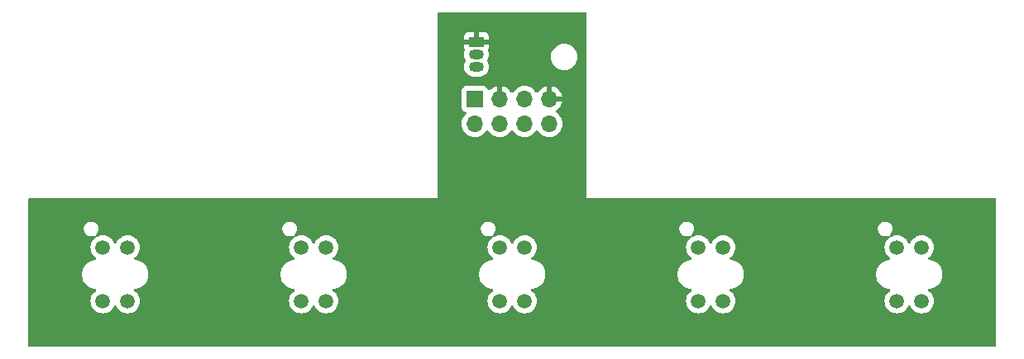
<source format=gbr>
%TF.GenerationSoftware,KiCad,Pcbnew,7.0.2-0*%
%TF.CreationDate,2023-09-22T13:16:16+12:00*%
%TF.ProjectId,SensorBoard,53656e73-6f72-4426-9f61-72642e6b6963,rev?*%
%TF.SameCoordinates,PX60e4b00PY48ab840*%
%TF.FileFunction,Copper,L2,Bot*%
%TF.FilePolarity,Positive*%
%FSLAX46Y46*%
G04 Gerber Fmt 4.6, Leading zero omitted, Abs format (unit mm)*
G04 Created by KiCad (PCBNEW 7.0.2-0) date 2023-09-22 13:16:16*
%MOMM*%
%LPD*%
G01*
G04 APERTURE LIST*
%TA.AperFunction,ComponentPad*%
%ADD10C,1.500000*%
%TD*%
%TA.AperFunction,ComponentPad*%
%ADD11R,1.500000X1.050000*%
%TD*%
%TA.AperFunction,ComponentPad*%
%ADD12O,1.500000X1.050000*%
%TD*%
%TA.AperFunction,ComponentPad*%
%ADD13R,1.700000X1.700000*%
%TD*%
%TA.AperFunction,ComponentPad*%
%ADD14O,1.700000X1.700000*%
%TD*%
%TA.AperFunction,ViaPad*%
%ADD15C,0.800000*%
%TD*%
G04 APERTURE END LIST*
D10*
%TO.P,U1,A*%
%TO.N,+3.3V*%
X91440000Y4660000D03*
%TO.P,U1,CATH*%
%TO.N,Net-(R1-Pad1)*%
X88900000Y4660000D03*
%TO.P,U1,COLL*%
%TO.N,+3.3V*%
X91440000Y10160000D03*
%TO.P,U1,E*%
%TO.N,/Sense_1_R*%
X88900000Y10160000D03*
%TD*%
%TO.P,U5,A*%
%TO.N,+3.3V*%
X10160000Y4660000D03*
%TO.P,U5,CATH*%
%TO.N,Net-(R9-Pad1)*%
X7620000Y4660000D03*
%TO.P,U5,COLL*%
%TO.N,+3.3V*%
X10160000Y10160000D03*
%TO.P,U5,E*%
%TO.N,/Sense_5_R*%
X7620000Y10160000D03*
%TD*%
%TO.P,U4,A*%
%TO.N,+3.3V*%
X30480000Y4660000D03*
%TO.P,U4,CATH*%
%TO.N,Net-(R7-Pad1)*%
X27940000Y4660000D03*
%TO.P,U4,COLL*%
%TO.N,+3.3V*%
X30480000Y10160000D03*
%TO.P,U4,E*%
%TO.N,/Sense_4_R*%
X27940000Y10160000D03*
%TD*%
%TO.P,U2,A*%
%TO.N,+3.3V*%
X71120000Y4660000D03*
%TO.P,U2,CATH*%
%TO.N,Net-(R3-Pad1)*%
X68580000Y4660000D03*
%TO.P,U2,COLL*%
%TO.N,+3.3V*%
X71120000Y10160000D03*
%TO.P,U2,E*%
%TO.N,/Sense_2_R*%
X68580000Y10160000D03*
%TD*%
%TO.P,U3,A*%
%TO.N,+3.3V*%
X50800000Y4660000D03*
%TO.P,U3,CATH*%
%TO.N,Net-(R5-Pad1)*%
X48260000Y4660000D03*
%TO.P,U3,COLL*%
%TO.N,+3.3V*%
X50800000Y10160000D03*
%TO.P,U3,E*%
%TO.N,/Sense_3_R*%
X48260000Y10160000D03*
%TD*%
D11*
%TO.P,U6,1,GND*%
%TO.N,GND*%
X45868000Y31242000D03*
D12*
%TO.P,U6,2,VI*%
%TO.N,Net-(U6-VI)*%
X45868000Y29972000D03*
%TO.P,U6,3,VO*%
%TO.N,+3.3V*%
X45868000Y28702000D03*
%TD*%
D13*
%TO.P,J1,1,Pin_1*%
%TO.N,/Sense_4*%
X45720000Y25400000D03*
D14*
%TO.P,J1,2,Pin_2*%
%TO.N,/Sense_5*%
X45720000Y22860000D03*
%TO.P,J1,3,Pin_3*%
%TO.N,GND*%
X48260000Y25400000D03*
%TO.P,J1,4,Pin_4*%
%TO.N,/Sense_3*%
X48260000Y22860000D03*
%TO.P,J1,5,Pin_5*%
%TO.N,Net-(J1-Pin_5)*%
X50800000Y25400000D03*
%TO.P,J1,6,Pin_6*%
%TO.N,/Sense_2*%
X50800000Y22860000D03*
%TO.P,J1,7,Pin_7*%
%TO.N,GND*%
X53340000Y25400000D03*
%TO.P,J1,8,Pin_8*%
%TO.N,/Sense_1*%
X53340000Y22860000D03*
%TD*%
D15*
%TO.N,GND*%
X2032000Y7366000D03*
X35560000Y4826000D03*
X17018000Y6096000D03*
X83312000Y7366000D03*
X80772000Y7112000D03*
X60960000Y5080000D03*
X22606000Y7366000D03*
X42672000Y7366000D03*
X62992000Y7366000D03*
%TD*%
%TA.AperFunction,Conductor*%
%TO.N,GND*%
G36*
X57092539Y34269815D02*
G01*
X57138294Y34217011D01*
X57149500Y34165500D01*
X57149500Y15264533D01*
X57149416Y15264111D01*
X57149459Y15240000D01*
X57149501Y15239899D01*
X57149616Y15239618D01*
X57149618Y15239616D01*
X57149808Y15239538D01*
X57150000Y15239459D01*
X57150002Y15239461D01*
X57174616Y15239476D01*
X57174616Y15239472D01*
X57174760Y15239500D01*
X98935500Y15239500D01*
X99002539Y15219815D01*
X99048294Y15167011D01*
X99059500Y15115500D01*
X99059500Y124500D01*
X99039815Y57461D01*
X98987011Y11706D01*
X98935500Y500D01*
X124500Y500D01*
X57461Y20185D01*
X11706Y72989D01*
X500Y124500D01*
X500Y7285665D01*
X5489500Y7285665D01*
X5530429Y7040386D01*
X5611172Y6805190D01*
X5729526Y6586491D01*
X5729529Y6586486D01*
X5865036Y6412388D01*
X5882262Y6390256D01*
X6065215Y6221836D01*
X6273393Y6085827D01*
X6501119Y5985937D01*
X6742179Y5924892D01*
X6850969Y5915878D01*
X6916150Y5890726D01*
X6957389Y5834324D01*
X6961588Y5764580D01*
X6927414Y5703638D01*
X6911850Y5690727D01*
X6813119Y5621595D01*
X6658402Y5466878D01*
X6532898Y5287639D01*
X6440425Y5089332D01*
X6383792Y4877975D01*
X6364722Y4660000D01*
X6383792Y4442026D01*
X6439275Y4234959D01*
X6440425Y4230670D01*
X6532898Y4032361D01*
X6658402Y3853123D01*
X6813123Y3698402D01*
X6992361Y3572898D01*
X7190670Y3480425D01*
X7402023Y3423793D01*
X7620000Y3404723D01*
X7837977Y3423793D01*
X8049330Y3480425D01*
X8247639Y3572898D01*
X8426877Y3698402D01*
X8581598Y3853123D01*
X8707102Y4032361D01*
X8777618Y4183584D01*
X8823789Y4236022D01*
X8890982Y4255174D01*
X8957864Y4234959D01*
X9002381Y4183583D01*
X9053174Y4074658D01*
X9072898Y4032361D01*
X9198402Y3853123D01*
X9353123Y3698402D01*
X9532361Y3572898D01*
X9730670Y3480425D01*
X9942023Y3423793D01*
X10087341Y3411080D01*
X10159999Y3404723D01*
X10159999Y3404724D01*
X10160000Y3404723D01*
X10377977Y3423793D01*
X10589330Y3480425D01*
X10787639Y3572898D01*
X10966877Y3698402D01*
X11121598Y3853123D01*
X11247102Y4032361D01*
X11339575Y4230670D01*
X11396207Y4442023D01*
X11415277Y4660000D01*
X11396207Y4877977D01*
X11339575Y5089330D01*
X11247102Y5287638D01*
X11121598Y5466877D01*
X10966877Y5621598D01*
X10868149Y5690729D01*
X10824525Y5745304D01*
X10817333Y5814803D01*
X10848855Y5877157D01*
X10909085Y5912571D01*
X10929019Y5915877D01*
X11037821Y5924892D01*
X11278881Y5985937D01*
X11506607Y6085827D01*
X11714785Y6221836D01*
X11897738Y6390256D01*
X12050474Y6586491D01*
X12168828Y6805190D01*
X12249571Y7040386D01*
X12290500Y7285665D01*
X25809500Y7285665D01*
X25850429Y7040386D01*
X25931172Y6805190D01*
X26049526Y6586491D01*
X26049529Y6586486D01*
X26185036Y6412388D01*
X26202262Y6390256D01*
X26385215Y6221836D01*
X26593393Y6085827D01*
X26821119Y5985937D01*
X27062179Y5924892D01*
X27170969Y5915878D01*
X27236150Y5890726D01*
X27277389Y5834324D01*
X27281588Y5764580D01*
X27247414Y5703638D01*
X27231850Y5690727D01*
X27133119Y5621595D01*
X26978402Y5466878D01*
X26852898Y5287639D01*
X26760425Y5089332D01*
X26703792Y4877975D01*
X26684722Y4660000D01*
X26703792Y4442026D01*
X26759275Y4234959D01*
X26760425Y4230670D01*
X26852898Y4032361D01*
X26978402Y3853123D01*
X27133123Y3698402D01*
X27312361Y3572898D01*
X27510670Y3480425D01*
X27722023Y3423793D01*
X27940000Y3404723D01*
X28157977Y3423793D01*
X28369330Y3480425D01*
X28567639Y3572898D01*
X28746877Y3698402D01*
X28901598Y3853123D01*
X29027102Y4032361D01*
X29097617Y4183583D01*
X29143790Y4236022D01*
X29210984Y4255174D01*
X29277865Y4234958D01*
X29322382Y4183583D01*
X29392898Y4032361D01*
X29518402Y3853123D01*
X29673123Y3698402D01*
X29852361Y3572898D01*
X30050670Y3480425D01*
X30262023Y3423793D01*
X30407341Y3411080D01*
X30479999Y3404723D01*
X30479999Y3404724D01*
X30480000Y3404723D01*
X30697977Y3423793D01*
X30909330Y3480425D01*
X31107639Y3572898D01*
X31286877Y3698402D01*
X31441598Y3853123D01*
X31567102Y4032361D01*
X31659575Y4230670D01*
X31716207Y4442023D01*
X31735277Y4660000D01*
X31716207Y4877977D01*
X31659575Y5089330D01*
X31567102Y5287638D01*
X31441598Y5466877D01*
X31286877Y5621598D01*
X31188149Y5690729D01*
X31144525Y5745304D01*
X31137333Y5814803D01*
X31168855Y5877157D01*
X31229085Y5912571D01*
X31249019Y5915877D01*
X31357821Y5924892D01*
X31598881Y5985937D01*
X31826607Y6085827D01*
X32034785Y6221836D01*
X32217738Y6390256D01*
X32370474Y6586491D01*
X32488828Y6805190D01*
X32569571Y7040386D01*
X32610500Y7285665D01*
X46129500Y7285665D01*
X46170429Y7040386D01*
X46251172Y6805190D01*
X46369526Y6586491D01*
X46369529Y6586486D01*
X46505036Y6412388D01*
X46522262Y6390256D01*
X46705215Y6221836D01*
X46913393Y6085827D01*
X47141119Y5985937D01*
X47382179Y5924892D01*
X47490969Y5915878D01*
X47556150Y5890726D01*
X47597389Y5834324D01*
X47601588Y5764580D01*
X47567414Y5703638D01*
X47551850Y5690727D01*
X47453119Y5621595D01*
X47298402Y5466878D01*
X47172898Y5287639D01*
X47080425Y5089332D01*
X47023792Y4877975D01*
X47004722Y4660000D01*
X47023792Y4442026D01*
X47079275Y4234959D01*
X47080425Y4230670D01*
X47172898Y4032361D01*
X47298402Y3853123D01*
X47453123Y3698402D01*
X47632361Y3572898D01*
X47830670Y3480425D01*
X48042023Y3423793D01*
X48260000Y3404723D01*
X48477977Y3423793D01*
X48689330Y3480425D01*
X48887639Y3572898D01*
X49066877Y3698402D01*
X49221598Y3853123D01*
X49347102Y4032361D01*
X49417617Y4183583D01*
X49463790Y4236022D01*
X49530984Y4255174D01*
X49597865Y4234958D01*
X49642382Y4183583D01*
X49712898Y4032361D01*
X49838402Y3853123D01*
X49993123Y3698402D01*
X50172361Y3572898D01*
X50370670Y3480425D01*
X50582023Y3423793D01*
X50727341Y3411080D01*
X50799999Y3404723D01*
X50799999Y3404724D01*
X50800000Y3404723D01*
X51017977Y3423793D01*
X51229330Y3480425D01*
X51427639Y3572898D01*
X51606877Y3698402D01*
X51761598Y3853123D01*
X51887102Y4032361D01*
X51979575Y4230670D01*
X52036207Y4442023D01*
X52055277Y4660000D01*
X52036207Y4877977D01*
X51979575Y5089330D01*
X51887102Y5287638D01*
X51761598Y5466877D01*
X51606877Y5621598D01*
X51508149Y5690729D01*
X51464525Y5745304D01*
X51457333Y5814803D01*
X51488855Y5877157D01*
X51549085Y5912571D01*
X51569019Y5915877D01*
X51677821Y5924892D01*
X51918881Y5985937D01*
X52146607Y6085827D01*
X52354785Y6221836D01*
X52537738Y6390256D01*
X52690474Y6586491D01*
X52808828Y6805190D01*
X52889571Y7040386D01*
X52930500Y7285665D01*
X66449500Y7285665D01*
X66490429Y7040386D01*
X66571172Y6805190D01*
X66689526Y6586491D01*
X66689529Y6586486D01*
X66825036Y6412388D01*
X66842262Y6390256D01*
X67025215Y6221836D01*
X67233393Y6085827D01*
X67461119Y5985937D01*
X67702179Y5924892D01*
X67810969Y5915878D01*
X67876150Y5890726D01*
X67917389Y5834324D01*
X67921588Y5764580D01*
X67887414Y5703638D01*
X67871850Y5690727D01*
X67773119Y5621595D01*
X67618402Y5466878D01*
X67492898Y5287639D01*
X67400425Y5089332D01*
X67343792Y4877975D01*
X67324722Y4660001D01*
X67343792Y4442026D01*
X67399275Y4234959D01*
X67400425Y4230670D01*
X67492898Y4032361D01*
X67618402Y3853123D01*
X67773123Y3698402D01*
X67952361Y3572898D01*
X68150670Y3480425D01*
X68362023Y3423793D01*
X68580000Y3404723D01*
X68797977Y3423793D01*
X69009330Y3480425D01*
X69207639Y3572898D01*
X69386877Y3698402D01*
X69541598Y3853123D01*
X69667102Y4032361D01*
X69737617Y4183583D01*
X69783790Y4236022D01*
X69850984Y4255174D01*
X69917865Y4234958D01*
X69962382Y4183583D01*
X70032898Y4032361D01*
X70158402Y3853123D01*
X70313123Y3698402D01*
X70492361Y3572898D01*
X70690670Y3480425D01*
X70902023Y3423793D01*
X71047341Y3411080D01*
X71119999Y3404723D01*
X71119999Y3404724D01*
X71120000Y3404723D01*
X71337977Y3423793D01*
X71549330Y3480425D01*
X71747639Y3572898D01*
X71926877Y3698402D01*
X72081598Y3853123D01*
X72207102Y4032361D01*
X72299575Y4230670D01*
X72356207Y4442023D01*
X72375277Y4660000D01*
X72356207Y4877977D01*
X72299575Y5089330D01*
X72207102Y5287638D01*
X72081598Y5466877D01*
X71926877Y5621598D01*
X71828149Y5690729D01*
X71784525Y5745304D01*
X71777333Y5814803D01*
X71808855Y5877157D01*
X71869085Y5912571D01*
X71889019Y5915877D01*
X71997821Y5924892D01*
X72238881Y5985937D01*
X72466607Y6085827D01*
X72674785Y6221836D01*
X72857738Y6390256D01*
X73010474Y6586491D01*
X73128828Y6805190D01*
X73209571Y7040386D01*
X73250500Y7285665D01*
X86769500Y7285665D01*
X86810429Y7040386D01*
X86891172Y6805190D01*
X87009526Y6586491D01*
X87009529Y6586486D01*
X87145036Y6412388D01*
X87162262Y6390256D01*
X87345215Y6221836D01*
X87553393Y6085827D01*
X87781119Y5985937D01*
X88022179Y5924892D01*
X88130969Y5915878D01*
X88196150Y5890726D01*
X88237389Y5834324D01*
X88241588Y5764580D01*
X88207414Y5703638D01*
X88191850Y5690727D01*
X88093119Y5621595D01*
X87938402Y5466878D01*
X87812898Y5287639D01*
X87720425Y5089332D01*
X87663792Y4877975D01*
X87644722Y4660001D01*
X87663792Y4442026D01*
X87719275Y4234959D01*
X87720425Y4230670D01*
X87812898Y4032361D01*
X87938402Y3853123D01*
X88093123Y3698402D01*
X88272361Y3572898D01*
X88470670Y3480425D01*
X88682023Y3423793D01*
X88900000Y3404723D01*
X89117977Y3423793D01*
X89329330Y3480425D01*
X89527639Y3572898D01*
X89706877Y3698402D01*
X89861598Y3853123D01*
X89987102Y4032361D01*
X90057617Y4183583D01*
X90103790Y4236022D01*
X90170984Y4255174D01*
X90237865Y4234958D01*
X90282382Y4183583D01*
X90352898Y4032361D01*
X90478402Y3853123D01*
X90633123Y3698402D01*
X90812361Y3572898D01*
X91010670Y3480425D01*
X91222023Y3423793D01*
X91367341Y3411080D01*
X91439999Y3404723D01*
X91439999Y3404724D01*
X91440000Y3404723D01*
X91657977Y3423793D01*
X91869330Y3480425D01*
X92067639Y3572898D01*
X92246877Y3698402D01*
X92401598Y3853123D01*
X92527102Y4032361D01*
X92619575Y4230670D01*
X92676207Y4442023D01*
X92695277Y4660000D01*
X92676207Y4877977D01*
X92619575Y5089330D01*
X92527102Y5287638D01*
X92401598Y5466877D01*
X92246877Y5621598D01*
X92148149Y5690729D01*
X92104525Y5745304D01*
X92097333Y5814803D01*
X92128855Y5877157D01*
X92189085Y5912571D01*
X92209019Y5915877D01*
X92317821Y5924892D01*
X92558881Y5985937D01*
X92786607Y6085827D01*
X92994785Y6221836D01*
X93177738Y6390256D01*
X93330474Y6586491D01*
X93448828Y6805190D01*
X93529571Y7040386D01*
X93570500Y7285665D01*
X93570500Y7534335D01*
X93529571Y7779614D01*
X93448828Y8014810D01*
X93330474Y8233509D01*
X93330471Y8233513D01*
X93330470Y8233515D01*
X93177740Y8429741D01*
X93177738Y8429744D01*
X92994785Y8598164D01*
X92786607Y8734173D01*
X92786604Y8734175D01*
X92661523Y8789040D01*
X92558881Y8834063D01*
X92317821Y8895108D01*
X92317819Y8895109D01*
X92317816Y8895109D01*
X92209034Y8904123D01*
X92143849Y8929276D01*
X92102611Y8985678D01*
X92098413Y9055422D01*
X92132587Y9116363D01*
X92148144Y9129269D01*
X92246877Y9198402D01*
X92401598Y9353123D01*
X92527102Y9532361D01*
X92619575Y9730670D01*
X92676207Y9942023D01*
X92695277Y10160000D01*
X92676207Y10377977D01*
X92619575Y10589330D01*
X92527102Y10787638D01*
X92401598Y10966877D01*
X92246877Y11121598D01*
X92067639Y11247102D01*
X91976205Y11289739D01*
X91869331Y11339575D01*
X91657974Y11396208D01*
X91440000Y11415278D01*
X91222025Y11396208D01*
X91010668Y11339575D01*
X90812361Y11247102D01*
X90633122Y11121598D01*
X90478402Y10966878D01*
X90352899Y10787641D01*
X90282381Y10636416D01*
X90236208Y10583977D01*
X90169014Y10564826D01*
X90102133Y10585042D01*
X90057618Y10636416D01*
X89987102Y10787638D01*
X89861598Y10966877D01*
X89706877Y11121598D01*
X89527639Y11247102D01*
X89436205Y11289739D01*
X89329331Y11339575D01*
X89117974Y11396208D01*
X88900000Y11415278D01*
X88682025Y11396208D01*
X88470665Y11339574D01*
X88346299Y11281581D01*
X88277222Y11271089D01*
X88213438Y11299609D01*
X88175199Y11358086D01*
X88174645Y11427953D01*
X88203702Y11479058D01*
X88205692Y11481168D01*
X88205696Y11481170D01*
X88326092Y11608782D01*
X88413812Y11760719D01*
X88464130Y11928790D01*
X88474331Y12103935D01*
X88443865Y12276711D01*
X88374377Y12437804D01*
X88269610Y12578530D01*
X88269609Y12578531D01*
X88135216Y12691301D01*
X87978429Y12770042D01*
X87807723Y12810500D01*
X87807721Y12810500D01*
X87676291Y12810500D01*
X87672725Y12810084D01*
X87672704Y12810082D01*
X87545746Y12795242D01*
X87380883Y12735238D01*
X87234303Y12638830D01*
X87113908Y12511220D01*
X87026188Y12359282D01*
X87026188Y12359281D01*
X86975870Y12191210D01*
X86975869Y12191208D01*
X86975870Y12191208D01*
X86965668Y12016066D01*
X86981058Y11928793D01*
X86996135Y11843289D01*
X87031752Y11760719D01*
X87065623Y11682196D01*
X87170390Y11541470D01*
X87304783Y11428700D01*
X87304784Y11428700D01*
X87304786Y11428698D01*
X87461567Y11349960D01*
X87461568Y11349960D01*
X87461570Y11349959D01*
X87632277Y11309500D01*
X87632279Y11309500D01*
X87760111Y11309500D01*
X87763709Y11309500D01*
X87767292Y11309919D01*
X87767295Y11309919D01*
X87894251Y11324758D01*
X87894253Y11324759D01*
X87894255Y11324759D01*
X88027543Y11373272D01*
X88097268Y11377702D01*
X88158324Y11343732D01*
X88191321Y11282145D01*
X88185784Y11212495D01*
X88143471Y11156896D01*
X88141075Y11155175D01*
X88093121Y11121597D01*
X87938402Y10966878D01*
X87812898Y10787639D01*
X87720425Y10589332D01*
X87663792Y10377975D01*
X87644722Y10160001D01*
X87663792Y9942026D01*
X87663793Y9942023D01*
X87720425Y9730670D01*
X87812898Y9532361D01*
X87938402Y9353123D01*
X88093123Y9198402D01*
X88191850Y9129273D01*
X88235473Y9074697D01*
X88242666Y9005198D01*
X88211144Y8942844D01*
X88150914Y8907430D01*
X88130965Y8904123D01*
X88022183Y8895109D01*
X88022179Y8895109D01*
X88022179Y8895108D01*
X87781119Y8834063D01*
X87781116Y8834062D01*
X87781117Y8834062D01*
X87553395Y8734175D01*
X87414607Y8643501D01*
X87345215Y8598164D01*
X87345213Y8598163D01*
X87345214Y8598163D01*
X87162259Y8429741D01*
X87009529Y8233515D01*
X86891170Y8014806D01*
X86810429Y7779616D01*
X86810429Y7779614D01*
X86769500Y7534335D01*
X86769500Y7285665D01*
X73250500Y7285665D01*
X73250500Y7534335D01*
X73209571Y7779614D01*
X73128828Y8014810D01*
X73010474Y8233509D01*
X73010471Y8233513D01*
X73010470Y8233515D01*
X72857740Y8429741D01*
X72857738Y8429744D01*
X72674785Y8598164D01*
X72466607Y8734173D01*
X72466604Y8734175D01*
X72341523Y8789040D01*
X72238881Y8834063D01*
X71997821Y8895108D01*
X71997819Y8895109D01*
X71997816Y8895109D01*
X71889034Y8904123D01*
X71823849Y8929276D01*
X71782611Y8985678D01*
X71778413Y9055422D01*
X71812587Y9116363D01*
X71828144Y9129269D01*
X71926877Y9198402D01*
X72081598Y9353123D01*
X72207102Y9532361D01*
X72299575Y9730670D01*
X72356207Y9942023D01*
X72375277Y10160000D01*
X72356207Y10377977D01*
X72299575Y10589330D01*
X72207102Y10787638D01*
X72081598Y10966877D01*
X71926877Y11121598D01*
X71747639Y11247102D01*
X71656205Y11289739D01*
X71549331Y11339575D01*
X71337974Y11396208D01*
X71120000Y11415278D01*
X70902025Y11396208D01*
X70690668Y11339575D01*
X70492361Y11247102D01*
X70313122Y11121598D01*
X70158402Y10966878D01*
X70032898Y10787639D01*
X69962382Y10636417D01*
X69916209Y10583978D01*
X69849016Y10564826D01*
X69782135Y10585042D01*
X69737618Y10636417D01*
X69723118Y10667512D01*
X69667102Y10787638D01*
X69541598Y10966877D01*
X69386877Y11121598D01*
X69207639Y11247102D01*
X69116205Y11289739D01*
X69009331Y11339575D01*
X68797974Y11396208D01*
X68580000Y11415278D01*
X68362025Y11396208D01*
X68150665Y11339574D01*
X68026299Y11281581D01*
X67957222Y11271089D01*
X67893438Y11299609D01*
X67855199Y11358086D01*
X67854645Y11427953D01*
X67883702Y11479058D01*
X67885692Y11481168D01*
X67885696Y11481170D01*
X68006092Y11608782D01*
X68093812Y11760719D01*
X68144130Y11928790D01*
X68154331Y12103935D01*
X68123865Y12276711D01*
X68054377Y12437804D01*
X67949610Y12578530D01*
X67949609Y12578531D01*
X67815216Y12691301D01*
X67658429Y12770042D01*
X67487723Y12810500D01*
X67487721Y12810500D01*
X67356291Y12810500D01*
X67352725Y12810084D01*
X67352704Y12810082D01*
X67225746Y12795242D01*
X67060883Y12735238D01*
X66914303Y12638830D01*
X66793908Y12511220D01*
X66706188Y12359282D01*
X66706188Y12359281D01*
X66655870Y12191210D01*
X66655869Y12191208D01*
X66655870Y12191208D01*
X66645668Y12016066D01*
X66661058Y11928793D01*
X66676135Y11843289D01*
X66711752Y11760719D01*
X66745623Y11682196D01*
X66850390Y11541470D01*
X66984783Y11428700D01*
X66984784Y11428700D01*
X66984786Y11428698D01*
X67141567Y11349960D01*
X67141568Y11349960D01*
X67141570Y11349959D01*
X67312277Y11309500D01*
X67312279Y11309500D01*
X67440111Y11309500D01*
X67443709Y11309500D01*
X67447292Y11309919D01*
X67447295Y11309919D01*
X67574251Y11324758D01*
X67574253Y11324759D01*
X67574255Y11324759D01*
X67707543Y11373272D01*
X67777268Y11377702D01*
X67838324Y11343732D01*
X67871321Y11282145D01*
X67865784Y11212495D01*
X67823471Y11156896D01*
X67821075Y11155175D01*
X67773121Y11121597D01*
X67618402Y10966878D01*
X67492898Y10787639D01*
X67400425Y10589332D01*
X67343792Y10377975D01*
X67324722Y10160001D01*
X67343792Y9942026D01*
X67343793Y9942023D01*
X67400425Y9730670D01*
X67492898Y9532361D01*
X67618402Y9353123D01*
X67773123Y9198402D01*
X67871850Y9129273D01*
X67915473Y9074697D01*
X67922666Y9005198D01*
X67891144Y8942844D01*
X67830914Y8907430D01*
X67810965Y8904123D01*
X67702183Y8895109D01*
X67702179Y8895109D01*
X67702179Y8895108D01*
X67461119Y8834063D01*
X67461116Y8834062D01*
X67461117Y8834062D01*
X67233395Y8734175D01*
X67094607Y8643501D01*
X67025215Y8598164D01*
X67025213Y8598163D01*
X67025214Y8598163D01*
X66842259Y8429741D01*
X66689529Y8233515D01*
X66571170Y8014806D01*
X66490429Y7779616D01*
X66490429Y7779614D01*
X66449500Y7534335D01*
X66449500Y7285665D01*
X52930500Y7285665D01*
X52930500Y7534335D01*
X52889571Y7779614D01*
X52808828Y8014810D01*
X52690474Y8233509D01*
X52690471Y8233513D01*
X52690470Y8233515D01*
X52537740Y8429741D01*
X52537738Y8429744D01*
X52354785Y8598164D01*
X52146607Y8734173D01*
X52146604Y8734175D01*
X52021523Y8789040D01*
X51918881Y8834063D01*
X51677821Y8895108D01*
X51677819Y8895109D01*
X51677816Y8895109D01*
X51569034Y8904123D01*
X51503849Y8929276D01*
X51462611Y8985678D01*
X51458413Y9055422D01*
X51492587Y9116363D01*
X51508144Y9129269D01*
X51606877Y9198402D01*
X51761598Y9353123D01*
X51887102Y9532361D01*
X51979575Y9730670D01*
X52036207Y9942023D01*
X52055277Y10160000D01*
X52036207Y10377977D01*
X51979575Y10589330D01*
X51887102Y10787638D01*
X51761598Y10966877D01*
X51606877Y11121598D01*
X51427639Y11247102D01*
X51336205Y11289739D01*
X51229331Y11339575D01*
X51017974Y11396208D01*
X50800000Y11415278D01*
X50582025Y11396208D01*
X50370668Y11339575D01*
X50172361Y11247102D01*
X49993122Y11121598D01*
X49838402Y10966878D01*
X49712898Y10787639D01*
X49642382Y10636417D01*
X49596209Y10583978D01*
X49529016Y10564826D01*
X49462135Y10585042D01*
X49417618Y10636417D01*
X49403118Y10667512D01*
X49347102Y10787638D01*
X49221598Y10966877D01*
X49066877Y11121598D01*
X48887639Y11247102D01*
X48796205Y11289739D01*
X48689331Y11339575D01*
X48477974Y11396208D01*
X48260000Y11415278D01*
X48042025Y11396208D01*
X47830665Y11339574D01*
X47706299Y11281581D01*
X47637222Y11271089D01*
X47573438Y11299609D01*
X47535199Y11358086D01*
X47534645Y11427953D01*
X47563702Y11479058D01*
X47565692Y11481168D01*
X47565696Y11481170D01*
X47686092Y11608782D01*
X47773812Y11760719D01*
X47824130Y11928790D01*
X47834331Y12103935D01*
X47803865Y12276711D01*
X47734377Y12437804D01*
X47629610Y12578530D01*
X47629609Y12578531D01*
X47495216Y12691301D01*
X47338429Y12770042D01*
X47167723Y12810500D01*
X47167721Y12810500D01*
X47036291Y12810500D01*
X47032725Y12810084D01*
X47032704Y12810082D01*
X46905746Y12795242D01*
X46740883Y12735238D01*
X46594303Y12638830D01*
X46473908Y12511220D01*
X46386188Y12359282D01*
X46386188Y12359281D01*
X46335870Y12191210D01*
X46335869Y12191208D01*
X46335870Y12191208D01*
X46325668Y12016066D01*
X46341058Y11928793D01*
X46356135Y11843289D01*
X46391752Y11760719D01*
X46425623Y11682196D01*
X46530390Y11541470D01*
X46664783Y11428700D01*
X46664784Y11428700D01*
X46664786Y11428698D01*
X46821567Y11349960D01*
X46821568Y11349960D01*
X46821570Y11349959D01*
X46992277Y11309500D01*
X46992279Y11309500D01*
X47120111Y11309500D01*
X47123709Y11309500D01*
X47127292Y11309919D01*
X47127295Y11309919D01*
X47254251Y11324758D01*
X47254253Y11324759D01*
X47254255Y11324759D01*
X47387543Y11373272D01*
X47457268Y11377702D01*
X47518324Y11343732D01*
X47551321Y11282145D01*
X47545784Y11212495D01*
X47503471Y11156896D01*
X47501075Y11155175D01*
X47453121Y11121597D01*
X47298402Y10966878D01*
X47172898Y10787639D01*
X47080425Y10589332D01*
X47023792Y10377975D01*
X47004722Y10160000D01*
X47023792Y9942026D01*
X47023793Y9942023D01*
X47080425Y9730670D01*
X47172898Y9532361D01*
X47298402Y9353123D01*
X47453123Y9198402D01*
X47551850Y9129273D01*
X47595473Y9074697D01*
X47602666Y9005198D01*
X47571144Y8942844D01*
X47510914Y8907430D01*
X47490965Y8904123D01*
X47382183Y8895109D01*
X47382179Y8895109D01*
X47382179Y8895108D01*
X47141119Y8834063D01*
X47141116Y8834062D01*
X47141117Y8834062D01*
X46913395Y8734175D01*
X46774607Y8643501D01*
X46705215Y8598164D01*
X46705213Y8598163D01*
X46705214Y8598163D01*
X46522259Y8429741D01*
X46369529Y8233515D01*
X46251170Y8014806D01*
X46170429Y7779616D01*
X46170429Y7779614D01*
X46129500Y7534335D01*
X46129500Y7285665D01*
X32610500Y7285665D01*
X32610500Y7534335D01*
X32569571Y7779614D01*
X32488828Y8014810D01*
X32370474Y8233509D01*
X32370471Y8233513D01*
X32370470Y8233515D01*
X32217740Y8429741D01*
X32217738Y8429744D01*
X32034785Y8598164D01*
X31826607Y8734173D01*
X31826604Y8734175D01*
X31701523Y8789040D01*
X31598881Y8834063D01*
X31357821Y8895108D01*
X31357819Y8895109D01*
X31357816Y8895109D01*
X31249034Y8904123D01*
X31183849Y8929276D01*
X31142611Y8985678D01*
X31138413Y9055422D01*
X31172587Y9116363D01*
X31188144Y9129269D01*
X31286877Y9198402D01*
X31441598Y9353123D01*
X31567102Y9532361D01*
X31659575Y9730670D01*
X31716207Y9942023D01*
X31735277Y10160000D01*
X31716207Y10377977D01*
X31659575Y10589330D01*
X31567102Y10787638D01*
X31441598Y10966877D01*
X31286877Y11121598D01*
X31107639Y11247102D01*
X31016205Y11289739D01*
X30909331Y11339575D01*
X30697974Y11396208D01*
X30480000Y11415278D01*
X30262025Y11396208D01*
X30050668Y11339575D01*
X29852361Y11247102D01*
X29673122Y11121598D01*
X29518402Y10966878D01*
X29392898Y10787639D01*
X29322382Y10636417D01*
X29276209Y10583978D01*
X29209016Y10564826D01*
X29142135Y10585042D01*
X29097618Y10636417D01*
X29083118Y10667512D01*
X29027102Y10787638D01*
X28901598Y10966877D01*
X28746877Y11121598D01*
X28567639Y11247102D01*
X28476205Y11289739D01*
X28369331Y11339575D01*
X28157974Y11396208D01*
X27940000Y11415278D01*
X27722025Y11396208D01*
X27510665Y11339574D01*
X27386299Y11281581D01*
X27317222Y11271089D01*
X27253438Y11299609D01*
X27215199Y11358086D01*
X27214645Y11427953D01*
X27243702Y11479058D01*
X27245692Y11481168D01*
X27245696Y11481170D01*
X27366092Y11608782D01*
X27453812Y11760719D01*
X27504130Y11928790D01*
X27514331Y12103935D01*
X27483865Y12276711D01*
X27414377Y12437804D01*
X27309610Y12578530D01*
X27309609Y12578531D01*
X27175216Y12691301D01*
X27018429Y12770042D01*
X26847723Y12810500D01*
X26847721Y12810500D01*
X26716291Y12810500D01*
X26712725Y12810084D01*
X26712704Y12810082D01*
X26585746Y12795242D01*
X26420883Y12735238D01*
X26274303Y12638830D01*
X26153908Y12511220D01*
X26066188Y12359282D01*
X26066188Y12359281D01*
X26015870Y12191210D01*
X26015869Y12191208D01*
X26015870Y12191208D01*
X26005668Y12016066D01*
X26021058Y11928793D01*
X26036135Y11843289D01*
X26071752Y11760719D01*
X26105623Y11682196D01*
X26210390Y11541470D01*
X26344783Y11428700D01*
X26344784Y11428700D01*
X26344786Y11428698D01*
X26501567Y11349960D01*
X26501568Y11349960D01*
X26501570Y11349959D01*
X26672277Y11309500D01*
X26672279Y11309500D01*
X26800111Y11309500D01*
X26803709Y11309500D01*
X26807292Y11309919D01*
X26807295Y11309919D01*
X26934251Y11324758D01*
X26934253Y11324759D01*
X26934255Y11324759D01*
X27067543Y11373272D01*
X27137268Y11377702D01*
X27198324Y11343732D01*
X27231321Y11282145D01*
X27225784Y11212495D01*
X27183471Y11156896D01*
X27181075Y11155175D01*
X27133121Y11121597D01*
X26978402Y10966878D01*
X26852898Y10787639D01*
X26760425Y10589332D01*
X26703792Y10377975D01*
X26684722Y10160000D01*
X26703792Y9942026D01*
X26703793Y9942023D01*
X26760425Y9730670D01*
X26852898Y9532361D01*
X26978402Y9353123D01*
X27133123Y9198402D01*
X27231850Y9129273D01*
X27275473Y9074697D01*
X27282666Y9005198D01*
X27251144Y8942844D01*
X27190914Y8907430D01*
X27170965Y8904123D01*
X27062183Y8895109D01*
X27062179Y8895109D01*
X27062179Y8895108D01*
X26821119Y8834063D01*
X26821116Y8834062D01*
X26821117Y8834062D01*
X26593395Y8734175D01*
X26454607Y8643501D01*
X26385215Y8598164D01*
X26385213Y8598163D01*
X26385214Y8598163D01*
X26202259Y8429741D01*
X26049529Y8233515D01*
X25931170Y8014806D01*
X25850429Y7779616D01*
X25850429Y7779614D01*
X25809500Y7534335D01*
X25809500Y7285665D01*
X12290500Y7285665D01*
X12290500Y7534335D01*
X12249571Y7779614D01*
X12168828Y8014810D01*
X12050474Y8233509D01*
X12050471Y8233513D01*
X12050470Y8233515D01*
X11897740Y8429741D01*
X11897738Y8429744D01*
X11714785Y8598164D01*
X11506607Y8734173D01*
X11506604Y8734175D01*
X11381523Y8789040D01*
X11278881Y8834063D01*
X11037821Y8895108D01*
X11037819Y8895109D01*
X11037816Y8895109D01*
X10929034Y8904123D01*
X10863849Y8929276D01*
X10822611Y8985678D01*
X10818413Y9055422D01*
X10852587Y9116363D01*
X10868144Y9129269D01*
X10966877Y9198402D01*
X11121598Y9353123D01*
X11247102Y9532361D01*
X11339575Y9730670D01*
X11396207Y9942023D01*
X11415277Y10160000D01*
X11396207Y10377977D01*
X11339575Y10589330D01*
X11247102Y10787638D01*
X11121598Y10966877D01*
X10966877Y11121598D01*
X10787639Y11247102D01*
X10696205Y11289739D01*
X10589331Y11339575D01*
X10377974Y11396208D01*
X10160000Y11415278D01*
X9942025Y11396208D01*
X9730668Y11339575D01*
X9532361Y11247102D01*
X9353122Y11121598D01*
X9198402Y10966878D01*
X9072898Y10787639D01*
X9002382Y10636417D01*
X8956209Y10583978D01*
X8889016Y10564826D01*
X8822135Y10585042D01*
X8777618Y10636417D01*
X8763118Y10667512D01*
X8707102Y10787638D01*
X8581598Y10966877D01*
X8426877Y11121598D01*
X8247639Y11247102D01*
X8156205Y11289739D01*
X8049331Y11339575D01*
X7837974Y11396208D01*
X7620000Y11415278D01*
X7402025Y11396208D01*
X7190665Y11339574D01*
X7066299Y11281581D01*
X6997222Y11271089D01*
X6933438Y11299609D01*
X6895199Y11358086D01*
X6894645Y11427953D01*
X6923702Y11479058D01*
X6925692Y11481168D01*
X6925696Y11481170D01*
X7046092Y11608782D01*
X7133812Y11760719D01*
X7184130Y11928790D01*
X7194331Y12103935D01*
X7163865Y12276711D01*
X7094377Y12437804D01*
X6989610Y12578530D01*
X6989609Y12578531D01*
X6855216Y12691301D01*
X6698429Y12770042D01*
X6527723Y12810500D01*
X6527721Y12810500D01*
X6396291Y12810500D01*
X6392725Y12810084D01*
X6392704Y12810082D01*
X6265746Y12795242D01*
X6100883Y12735238D01*
X5954303Y12638830D01*
X5833908Y12511220D01*
X5746188Y12359282D01*
X5746188Y12359281D01*
X5695870Y12191210D01*
X5695869Y12191208D01*
X5695870Y12191208D01*
X5685668Y12016066D01*
X5701058Y11928793D01*
X5716135Y11843289D01*
X5751752Y11760719D01*
X5785623Y11682196D01*
X5890390Y11541470D01*
X6024783Y11428700D01*
X6024784Y11428700D01*
X6024786Y11428698D01*
X6181567Y11349960D01*
X6181568Y11349960D01*
X6181570Y11349959D01*
X6352277Y11309500D01*
X6352279Y11309500D01*
X6480111Y11309500D01*
X6483709Y11309500D01*
X6487292Y11309919D01*
X6487295Y11309919D01*
X6614251Y11324758D01*
X6614253Y11324759D01*
X6614255Y11324759D01*
X6747543Y11373272D01*
X6817268Y11377702D01*
X6878324Y11343732D01*
X6911321Y11282145D01*
X6905784Y11212495D01*
X6863471Y11156896D01*
X6861075Y11155175D01*
X6813121Y11121597D01*
X6658402Y10966878D01*
X6532898Y10787639D01*
X6440425Y10589332D01*
X6383792Y10377975D01*
X6364722Y10160000D01*
X6383792Y9942026D01*
X6383793Y9942023D01*
X6440425Y9730670D01*
X6532898Y9532361D01*
X6658402Y9353123D01*
X6813123Y9198402D01*
X6911850Y9129273D01*
X6955473Y9074697D01*
X6962666Y9005198D01*
X6931144Y8942844D01*
X6870914Y8907430D01*
X6850965Y8904123D01*
X6742183Y8895109D01*
X6742179Y8895109D01*
X6742179Y8895108D01*
X6501119Y8834063D01*
X6501116Y8834062D01*
X6501117Y8834062D01*
X6273395Y8734175D01*
X6134607Y8643501D01*
X6065215Y8598164D01*
X6065213Y8598163D01*
X6065214Y8598163D01*
X5882259Y8429741D01*
X5729529Y8233515D01*
X5611170Y8014806D01*
X5530429Y7779616D01*
X5530429Y7779614D01*
X5489500Y7534335D01*
X5489500Y7285665D01*
X500Y7285665D01*
X500Y15115500D01*
X20185Y15182539D01*
X72989Y15228294D01*
X124500Y15239500D01*
X41885240Y15239500D01*
X41885383Y15239472D01*
X41885384Y15239476D01*
X41909997Y15239461D01*
X41910000Y15239459D01*
X41910383Y15239617D01*
X41910500Y15239901D01*
X41910541Y15240000D01*
X41910540Y15240003D01*
X41910583Y15264111D01*
X41910500Y15264533D01*
X41910500Y22860001D01*
X44364340Y22860001D01*
X44384936Y22624593D01*
X44429709Y22457499D01*
X44446097Y22396337D01*
X44545965Y22182170D01*
X44681505Y21988599D01*
X44848599Y21821505D01*
X45042170Y21685965D01*
X45256337Y21586097D01*
X45484592Y21524937D01*
X45720000Y21504341D01*
X45955408Y21524937D01*
X46183663Y21586097D01*
X46397830Y21685965D01*
X46591401Y21821505D01*
X46758495Y21988599D01*
X46888426Y22174161D01*
X46943002Y22217784D01*
X47012500Y22224978D01*
X47074855Y22193455D01*
X47091571Y22174163D01*
X47221505Y21988599D01*
X47388599Y21821505D01*
X47582170Y21685965D01*
X47796337Y21586097D01*
X48024592Y21524937D01*
X48260000Y21504341D01*
X48495408Y21524937D01*
X48723663Y21586097D01*
X48937830Y21685965D01*
X49131401Y21821505D01*
X49298495Y21988599D01*
X49428426Y22174161D01*
X49483002Y22217784D01*
X49552500Y22224978D01*
X49614855Y22193455D01*
X49631571Y22174163D01*
X49761505Y21988599D01*
X49928599Y21821505D01*
X50122170Y21685965D01*
X50336337Y21586097D01*
X50564591Y21524937D01*
X50564592Y21524937D01*
X50799999Y21504341D01*
X50799999Y21504342D01*
X50800000Y21504341D01*
X51035408Y21524937D01*
X51263663Y21586097D01*
X51477830Y21685965D01*
X51671401Y21821505D01*
X51838495Y21988599D01*
X51968426Y22174161D01*
X52023002Y22217784D01*
X52092500Y22224978D01*
X52154855Y22193455D01*
X52171571Y22174163D01*
X52301505Y21988599D01*
X52468599Y21821505D01*
X52662170Y21685965D01*
X52876337Y21586097D01*
X53104592Y21524937D01*
X53340000Y21504341D01*
X53575408Y21524937D01*
X53803663Y21586097D01*
X54017830Y21685965D01*
X54211401Y21821505D01*
X54378495Y21988599D01*
X54514035Y22182170D01*
X54613903Y22396337D01*
X54675063Y22624592D01*
X54695659Y22860000D01*
X54675063Y23095408D01*
X54613903Y23323663D01*
X54514035Y23537829D01*
X54378495Y23731401D01*
X54211401Y23898495D01*
X54025402Y24028733D01*
X53981780Y24083308D01*
X53974587Y24152807D01*
X54006109Y24215161D01*
X54025405Y24231881D01*
X54211078Y24361891D01*
X54378106Y24528919D01*
X54513600Y24722424D01*
X54613430Y24936508D01*
X54670636Y25150000D01*
X53773686Y25150000D01*
X53799493Y25190156D01*
X53840000Y25328111D01*
X53840000Y25471889D01*
X53799493Y25609844D01*
X53773686Y25650000D01*
X54670636Y25650000D01*
X54670635Y25650001D01*
X54613430Y25863493D01*
X54513599Y26077579D01*
X54378109Y26271079D01*
X54211081Y26438107D01*
X54017576Y26573601D01*
X53803492Y26673431D01*
X53590000Y26730636D01*
X53590000Y25835502D01*
X53482315Y25884680D01*
X53375763Y25900000D01*
X53304237Y25900000D01*
X53197685Y25884680D01*
X53090000Y25835502D01*
X53090000Y26730636D01*
X53089999Y26730636D01*
X52876507Y26673431D01*
X52662421Y26573600D01*
X52468921Y26438110D01*
X52301893Y26271082D01*
X52171880Y26085404D01*
X52117303Y26041780D01*
X52047804Y26034587D01*
X51985450Y26066109D01*
X51968730Y26085405D01*
X51838494Y26271402D01*
X51671404Y26438492D01*
X51671404Y26438493D01*
X51671401Y26438495D01*
X51477830Y26574035D01*
X51263663Y26673903D01*
X51202502Y26690291D01*
X51035407Y26735064D01*
X50800000Y26755660D01*
X50564592Y26735064D01*
X50336336Y26673903D01*
X50122170Y26574035D01*
X49928598Y26438495D01*
X49761508Y26271405D01*
X49631269Y26085404D01*
X49576692Y26041780D01*
X49507193Y26034587D01*
X49444839Y26066109D01*
X49428119Y26085405D01*
X49298109Y26271079D01*
X49131081Y26438107D01*
X48937576Y26573601D01*
X48723492Y26673431D01*
X48510000Y26730636D01*
X48510000Y25835502D01*
X48402315Y25884680D01*
X48295763Y25900000D01*
X48224237Y25900000D01*
X48117685Y25884680D01*
X48010000Y25835502D01*
X48010000Y26730636D01*
X48009999Y26730636D01*
X47796507Y26673431D01*
X47582421Y26573600D01*
X47388924Y26438112D01*
X47266865Y26316053D01*
X47205542Y26282569D01*
X47135850Y26287553D01*
X47079917Y26329425D01*
X47063002Y26360402D01*
X47034020Y26438107D01*
X47013796Y26492331D01*
X46927546Y26607546D01*
X46812331Y26693796D01*
X46677483Y26744091D01*
X46617873Y26750500D01*
X46614550Y26750500D01*
X44825439Y26750500D01*
X44825420Y26750500D01*
X44822128Y26750499D01*
X44818848Y26750147D01*
X44818840Y26750146D01*
X44762515Y26744091D01*
X44627669Y26693796D01*
X44512454Y26607546D01*
X44426204Y26492332D01*
X44375909Y26357484D01*
X44371455Y26316053D01*
X44369500Y26297873D01*
X44369500Y26294552D01*
X44369500Y26294551D01*
X44369500Y24505440D01*
X44369500Y24505422D01*
X44369501Y24502128D01*
X44375909Y24442517D01*
X44426204Y24307669D01*
X44512454Y24192454D01*
X44627669Y24106204D01*
X44739907Y24064342D01*
X44759082Y24057190D01*
X44815016Y24015319D01*
X44839433Y23949854D01*
X44824581Y23881581D01*
X44803431Y23853327D01*
X44681503Y23731399D01*
X44545965Y23537830D01*
X44446097Y23323664D01*
X44384936Y23095408D01*
X44364340Y22860001D01*
X41910500Y22860001D01*
X41910500Y28702001D01*
X44612538Y28702001D01*
X44632337Y28500969D01*
X44632338Y28500967D01*
X44690977Y28307659D01*
X44786202Y28129506D01*
X44836275Y28068492D01*
X44914352Y27973353D01*
X44992429Y27909278D01*
X45070506Y27845202D01*
X45248659Y27749977D01*
X45441967Y27691338D01*
X45592620Y27676500D01*
X45595670Y27676500D01*
X46140330Y27676500D01*
X46143380Y27676500D01*
X46294033Y27691338D01*
X46487341Y27749977D01*
X46665494Y27845202D01*
X46821647Y27973353D01*
X46949798Y28129506D01*
X47045023Y28307659D01*
X47103662Y28500967D01*
X47123462Y28702000D01*
X47103662Y28903033D01*
X47045023Y29096341D01*
X46949798Y29274494D01*
X46949796Y29274497D01*
X46947631Y29278547D01*
X46933389Y29346949D01*
X46947631Y29395453D01*
X46949796Y29399504D01*
X46949798Y29399506D01*
X47045023Y29577659D01*
X47087595Y29718001D01*
X53508340Y29718001D01*
X53528936Y29482593D01*
X53567948Y29337000D01*
X53590097Y29254337D01*
X53689965Y29040171D01*
X53825505Y28846599D01*
X53992599Y28679505D01*
X54186171Y28543965D01*
X54400337Y28444097D01*
X54628592Y28382937D01*
X54805034Y28367500D01*
X54807742Y28367500D01*
X54920258Y28367500D01*
X54922966Y28367500D01*
X55099408Y28382937D01*
X55327663Y28444097D01*
X55541829Y28543965D01*
X55735401Y28679505D01*
X55902495Y28846599D01*
X56038035Y29040170D01*
X56137903Y29254337D01*
X56199063Y29482592D01*
X56219659Y29718000D01*
X56199063Y29953408D01*
X56137903Y30181663D01*
X56038035Y30395829D01*
X55902495Y30589401D01*
X55735401Y30756495D01*
X55541829Y30892035D01*
X55327663Y30991903D01*
X55307887Y30997202D01*
X55099407Y31053064D01*
X54925667Y31068264D01*
X54925659Y31068265D01*
X54922966Y31068500D01*
X54805034Y31068500D01*
X54802341Y31068265D01*
X54802332Y31068264D01*
X54628592Y31053064D01*
X54400336Y30991903D01*
X54186170Y30892035D01*
X53992598Y30756495D01*
X53825508Y30589405D01*
X53825505Y30589402D01*
X53825505Y30589401D01*
X53740368Y30467812D01*
X53689964Y30395828D01*
X53590097Y30181663D01*
X53528936Y29953408D01*
X53508340Y29718001D01*
X47087595Y29718001D01*
X47103662Y29770967D01*
X47123462Y29972000D01*
X47103662Y30173033D01*
X47045023Y30366341D01*
X47045021Y30366344D01*
X47044514Y30368017D01*
X47043890Y30437884D01*
X47058705Y30467812D01*
X47111599Y30609627D01*
X47117645Y30665868D01*
X47118000Y30672482D01*
X47118000Y30992000D01*
X46205315Y30992000D01*
X46193161Y30992597D01*
X46151855Y30996666D01*
X46186278Y31034059D01*
X46236551Y31148670D01*
X46246886Y31273395D01*
X46216163Y31394719D01*
X46152606Y31492000D01*
X47118000Y31492000D01*
X47118000Y31811519D01*
X47117645Y31818133D01*
X47111599Y31874372D01*
X47061352Y32009090D01*
X46975188Y32124189D01*
X46860089Y32210353D01*
X46725371Y32260600D01*
X46669132Y32266646D01*
X46662518Y32267000D01*
X46118000Y32267000D01*
X46118000Y31522618D01*
X46048948Y31576363D01*
X45930576Y31617000D01*
X45836927Y31617000D01*
X45744554Y31601586D01*
X45634486Y31542019D01*
X45618000Y31524111D01*
X45618000Y32267000D01*
X45073482Y32267000D01*
X45066867Y32266646D01*
X45010628Y32260600D01*
X44875910Y32210353D01*
X44760811Y32124189D01*
X44674647Y32009090D01*
X44624400Y31874372D01*
X44618354Y31818133D01*
X44618000Y31811519D01*
X44618000Y31492000D01*
X45588440Y31492000D01*
X45549722Y31449941D01*
X45499449Y31335330D01*
X45489114Y31210605D01*
X45519837Y31089281D01*
X45580575Y30996315D01*
X45542839Y30992597D01*
X45530685Y30992000D01*
X44618000Y30992000D01*
X44618000Y30672482D01*
X44618354Y30665868D01*
X44624400Y30609629D01*
X44680878Y30458207D01*
X44679751Y30457787D01*
X44696508Y30412860D01*
X44691485Y30368021D01*
X44632338Y30173034D01*
X44612538Y29972001D01*
X44632337Y29770969D01*
X44690978Y29577657D01*
X44788368Y29395453D01*
X44802610Y29327050D01*
X44788368Y29278547D01*
X44690978Y29096344D01*
X44632337Y28903032D01*
X44612538Y28702001D01*
X41910500Y28702001D01*
X41910500Y34165500D01*
X41930185Y34232539D01*
X41982989Y34278294D01*
X42034500Y34289500D01*
X57025500Y34289500D01*
X57092539Y34269815D01*
G37*
%TD.AperFunction*%
%TD*%
M02*

</source>
